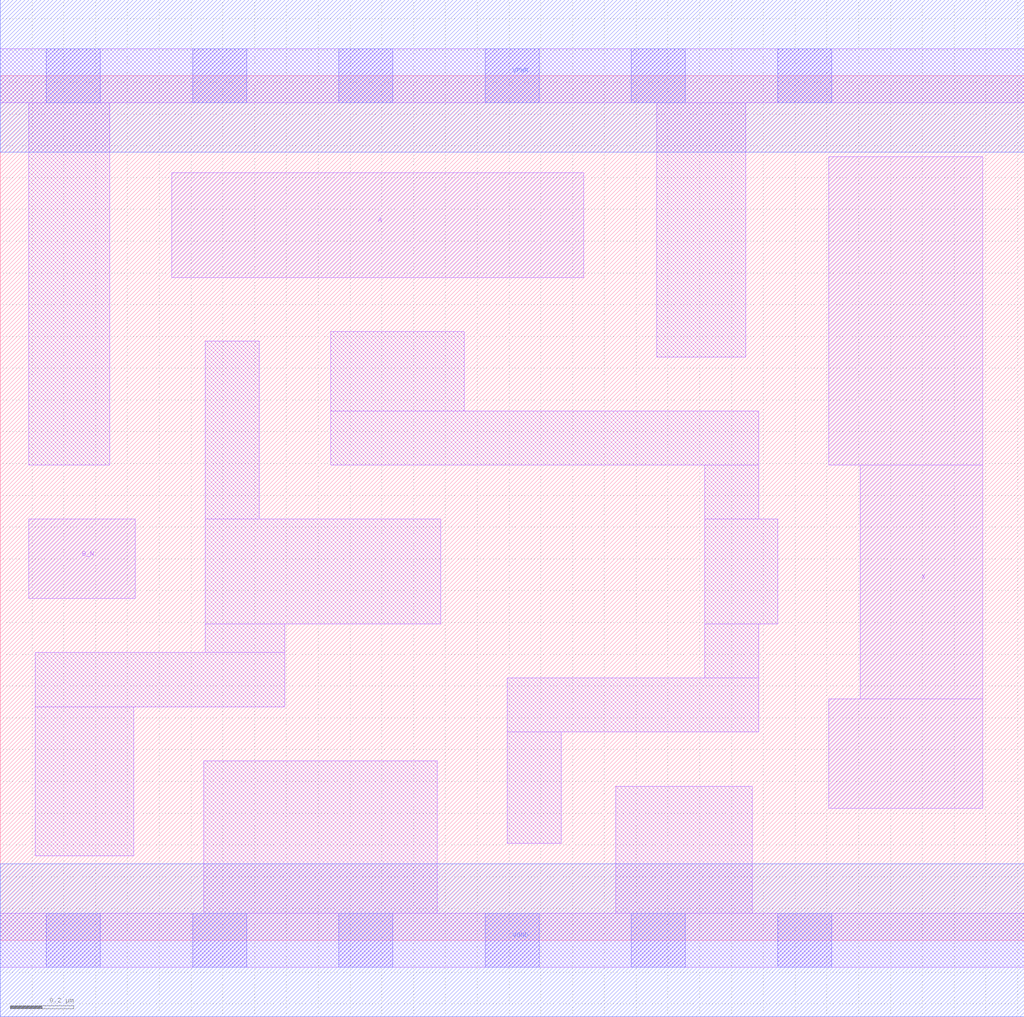
<source format=lef>
# Copyright 2020 The SkyWater PDK Authors
#
# Licensed under the Apache License, Version 2.0 (the "License");
# you may not use this file except in compliance with the License.
# You may obtain a copy of the License at
#
#     https://www.apache.org/licenses/LICENSE-2.0
#
# Unless required by applicable law or agreed to in writing, software
# distributed under the License is distributed on an "AS IS" BASIS,
# WITHOUT WARRANTIES OR CONDITIONS OF ANY KIND, either express or implied.
# See the License for the specific language governing permissions and
# limitations under the License.
#
# SPDX-License-Identifier: Apache-2.0

VERSION 5.7 ;
  NAMESCASESENSITIVE ON ;
  NOWIREEXTENSIONATPIN ON ;
  DIVIDERCHAR "/" ;
  BUSBITCHARS "[]" ;
UNITS
  DATABASE MICRONS 200 ;
END UNITS
PROPERTYDEFINITIONS
  MACRO maskLayoutSubType STRING ;
  MACRO prCellType STRING ;
  MACRO originalViewName STRING ;
END PROPERTYDEFINITIONS
MACRO sky130_fd_sc_hdll__or2b_1
  CLASS CORE ;
  FOREIGN sky130_fd_sc_hdll__or2b_1 ;
  ORIGIN  0.000000  0.000000 ;
  SIZE  3.220000 BY  2.720000 ;
  SYMMETRY X Y R90 ;
  SITE unithd ;
  PIN A
    ANTENNAGATEAREA  0.138600 ;
    DIRECTION INPUT ;
    USE SIGNAL ;
    PORT
      LAYER li1 ;
        RECT 0.540000 2.085000 1.835000 2.415000 ;
    END
  END A
  PIN B_N
    ANTENNAGATEAREA  0.138600 ;
    DIRECTION INPUT ;
    USE SIGNAL ;
    PORT
      LAYER li1 ;
        RECT 0.090000 1.075000 0.425000 1.325000 ;
    END
  END B_N
  PIN VGND
    ANTENNADIFFAREA  0.572250 ;
    DIRECTION INOUT ;
    USE SIGNAL ;
    PORT
      LAYER met1 ;
        RECT 0.000000 -0.240000 3.220000 0.240000 ;
    END
  END VGND
  PIN VPWR
    ANTENNADIFFAREA  0.424100 ;
    DIRECTION INOUT ;
    USE SIGNAL ;
    PORT
      LAYER met1 ;
        RECT 0.000000 2.480000 3.220000 2.960000 ;
    END
  END VPWR
  PIN X
    ANTENNADIFFAREA  0.455500 ;
    DIRECTION OUTPUT ;
    USE SIGNAL ;
    PORT
      LAYER li1 ;
        RECT 2.605000 0.415000 3.090000 0.760000 ;
        RECT 2.605000 1.495000 3.090000 2.465000 ;
        RECT 2.705000 0.760000 3.090000 1.495000 ;
    END
  END X
  OBS
    LAYER li1 ;
      RECT 0.000000 -0.085000 3.220000 0.085000 ;
      RECT 0.000000  2.635000 3.220000 2.805000 ;
      RECT 0.090000  1.495000 0.345000 2.635000 ;
      RECT 0.110000  0.265000 0.420000 0.735000 ;
      RECT 0.110000  0.735000 0.895000 0.905000 ;
      RECT 0.640000  0.085000 1.375000 0.565000 ;
      RECT 0.645000  0.905000 0.895000 0.995000 ;
      RECT 0.645000  0.995000 1.385000 1.325000 ;
      RECT 0.645000  1.325000 0.815000 1.885000 ;
      RECT 1.040000  1.495000 2.385000 1.665000 ;
      RECT 1.040000  1.665000 1.460000 1.915000 ;
      RECT 1.595000  0.305000 1.765000 0.655000 ;
      RECT 1.595000  0.655000 2.385000 0.825000 ;
      RECT 1.935000  0.085000 2.365000 0.485000 ;
      RECT 2.065000  1.835000 2.345000 2.635000 ;
      RECT 2.215000  0.825000 2.385000 0.995000 ;
      RECT 2.215000  0.995000 2.445000 1.325000 ;
      RECT 2.215000  1.325000 2.385000 1.495000 ;
    LAYER mcon ;
      RECT 0.145000 -0.085000 0.315000 0.085000 ;
      RECT 0.145000  2.635000 0.315000 2.805000 ;
      RECT 0.605000 -0.085000 0.775000 0.085000 ;
      RECT 0.605000  2.635000 0.775000 2.805000 ;
      RECT 1.065000 -0.085000 1.235000 0.085000 ;
      RECT 1.065000  2.635000 1.235000 2.805000 ;
      RECT 1.525000 -0.085000 1.695000 0.085000 ;
      RECT 1.525000  2.635000 1.695000 2.805000 ;
      RECT 1.985000 -0.085000 2.155000 0.085000 ;
      RECT 1.985000  2.635000 2.155000 2.805000 ;
      RECT 2.445000 -0.085000 2.615000 0.085000 ;
      RECT 2.445000  2.635000 2.615000 2.805000 ;
  END
  PROPERTY maskLayoutSubType "abstract" ;
  PROPERTY prCellType "standard" ;
  PROPERTY originalViewName "layout" ;
END sky130_fd_sc_hdll__or2b_1
END LIBRARY

</source>
